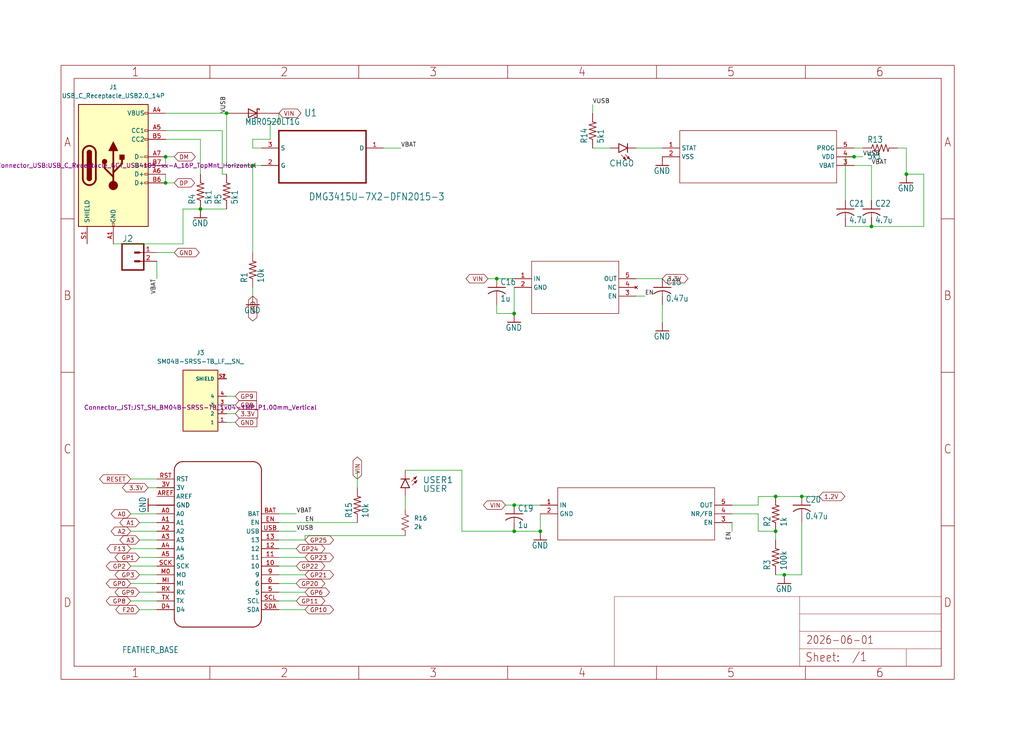
<source format=kicad_sch>
(kicad_sch (version 20231120) (generator "eeschema") (generator_version "8.0")
  (paper "User" 298.45 217.322)
  (lib_symbols
    (symbol "Connector:USB_C_Receptacle_USB2.0_14P" (pin_names (offset 1.016))
      (property "Reference" "J" (at 0 22.225 0))
      (property "Value" "USB_C_Receptacle_USB2.0_14P" (at 0 19.685 0))
      (symbol "USB_C_Receptacle_USB2.0_14P_0_0"
        (rectangle (start -0.254 -17.78) (end 0.254 -16.764))
        (rectangle (start 10.16 -4.826) (end 9.144 -5.334))
        (rectangle (start 10.16 -2.286) (end 9.144 -2.794))
        (rectangle (start 10.16 0.254) (end 9.144 -0.254))
        (rectangle (start 10.16 2.794) (end 9.144 2.286))
        (rectangle (start 10.16 7.874) (end 9.144 7.366))
        (rectangle (start 10.16 10.414) (end 9.144 9.906))
        (rectangle (start 10.16 15.494) (end 9.144 14.986))
      )
      (symbol "USB_C_Receptacle_USB2.0_14P_0_1"
        (rectangle (start -10.16 17.78) (end 10.16 -17.78) (stroke (width 0.254)) (fill (type background)))
        (arc (start -8.89 -3.81) (mid -6.985 -5.7067) (end -5.08 -3.81) (stroke (width 0.508)))
        (arc (start -7.62 -3.81) (mid -6.985 -4.4423) (end -6.35 -3.81) (stroke (width 0.254)))
        (arc (start -7.62 -3.81) (mid -6.985 -4.4423) (end -6.35 -3.81) (stroke (width 0.254)) (fill (type outline)))
        (rectangle (start -7.62 -3.81) (end -6.35 3.81) (stroke (width 0.254)) (fill (type outline)))
        (arc (start -6.35 3.81) (mid -6.985 4.4423) (end -7.62 3.81) (stroke (width 0.254)))
        (arc (start -6.35 3.81) (mid -6.985 4.4423) (end -7.62 3.81) (stroke (width 0.254)) (fill (type outline)))
        (arc (start -5.08 3.81) (mid -6.985 5.7067) (end -8.89 3.81) (stroke (width 0.508)))
        (circle (center -2.54 1.143) (radius 0.635) (stroke (width 0.254)) (fill (type outline)))
        (circle (center 0 -5.842) (radius 1.27) (fill (type outline)))
        (polyline (pts (xy -8.89 -3.81) (xy -8.89 3.81)) (stroke (width 0.508)))
        (polyline (pts (xy -5.08 3.81) (xy -5.08 -3.81)) (stroke (width 0.508)))
        (polyline (pts (xy 0 -5.842) (xy 0 4.318)) (stroke (width 0.508)))
        (polyline (pts (xy 0 -3.302) (xy -2.54 -0.762) (xy -2.54 0.508)) (stroke (width 0.508)))
        (polyline (pts (xy 0 -2.032) (xy 2.54 0.508) (xy 2.54 1.778)) (stroke (width 0.508)))
        (polyline (pts (xy -1.27 4.318) (xy 0 6.858) (xy 1.27 4.318) (xy -1.27 4.318)) (stroke (width 0.254)) (fill (type outline)))
        (rectangle (start 1.905 1.778) (end 3.175 3.048) (stroke (width 0.254)) (fill (type outline)))
      )
      (symbol "USB_C_Receptacle_USB2.0_14P_1_1"
        (pin passive line (at 0 -22.86 90) (length 5.08) (name "GND") (number "A1"))
        (pin passive line (at 0 -22.86 90) (length 5.08) hide (name "GND") (number "A12"))
        (pin passive line (at 15.24 15.24 180) (length 5.08) (name "VBUS") (number "A4"))
        (pin bidirectional line (at 15.24 10.16 180) (length 5.08) (name "CC1") (number "A5"))
        (pin bidirectional line (at 15.24 -2.54 180) (length 5.08) (name "D+") (number "A6"))
        (pin bidirectional line (at 15.24 2.54 180) (length 5.08) (name "D-") (number "A7"))
        (pin passive line (at 15.24 15.24 180) (length 5.08) hide (name "VBUS") (number "A9"))
        (pin passive line (at 0 -22.86 90) (length 5.08) hide (name "GND") (number "B1"))
        (pin passive line (at 0 -22.86 90) (length 5.08) hide (name "GND") (number "B12"))
        (pin passive line (at 15.24 15.24 180) (length 5.08) hide (name "VBUS") (number "B4"))
        (pin bidirectional line (at 15.24 7.62 180) (length 5.08) (name "CC2") (number "B5"))
        (pin bidirectional line (at 15.24 -5.08 180) (length 5.08) (name "D+") (number "B6"))
        (pin bidirectional line (at 15.24 0 180) (length 5.08) (name "D-") (number "B7"))
        (pin passive line (at 15.24 15.24 180) (length 5.08) hide (name "VBUS") (number "B9"))
        (pin passive line (at -7.62 -22.86 90) (length 5.08) (name "SHIELD") (number "S1"))
      )
    )
    (symbol "Device:R_US" (pin_numbers hide) (pin_names (offset 0))
      (property "Reference" "R" (at 2.54 0 90))
      (property "Value" "R_US" (at -2.54 0 90))
      (symbol "R_US_0_1"
        (polyline (pts (xy 0 -2.286) (xy 0 -2.54)))
        (polyline (pts (xy 0 2.286) (xy 0 2.54)))
        (polyline (pts (xy 0 -0.762) (xy 1.016 -1.143) (xy 0 -1.524) (xy -1.016 -1.905) (xy 0 -2.286)))
        (polyline (pts (xy 0 0.762) (xy 1.016 0.381) (xy 0 0) (xy -1.016 -0.381) (xy 0 -0.762)))
        (polyline (pts (xy 0 2.286) (xy 1.016 1.905) (xy 0 1.524) (xy -1.016 1.143) (xy 0 0.762)))
      )
      (symbol "R_US_1_1"
        (pin passive line (at 0 3.81 270) (length 1.27) (name "~") (number "1"))
        (pin passive line (at 0 -3.81 90) (length 1.27) (name "~") (number "2"))
      )
    )
    (symbol "RPGA Feather-eagle-import:A4L-LOC"
      (symbol "A4L-LOC_1_0"
        (polyline (pts (xy 0 44.7675) (xy 3.81 44.7675)))
        (polyline (pts (xy 0 89.535) (xy 3.81 89.535)))
        (polyline (pts (xy 0 134.3025) (xy 3.81 134.3025)))
        (polyline (pts (xy 3.81 3.81) (xy 3.81 175.26)))
        (polyline (pts (xy 43.3917 0) (xy 43.3917 3.81)))
        (polyline (pts (xy 43.3917 175.26) (xy 43.3917 179.07)))
        (polyline (pts (xy 86.7833 0) (xy 86.7833 3.81)))
        (polyline (pts (xy 86.7833 175.26) (xy 86.7833 179.07)))
        (polyline (pts (xy 130.175 0) (xy 130.175 3.81)))
        (polyline (pts (xy 130.175 175.26) (xy 130.175 179.07)))
        (polyline (pts (xy 161.29 3.81) (xy 161.29 24.13)) (stroke (width 0.1016)))
        (polyline (pts (xy 161.29 24.13) (xy 215.265 24.13)) (stroke (width 0.1016)))
        (polyline (pts (xy 173.5667 0) (xy 173.5667 3.81)))
        (polyline (pts (xy 173.5667 175.26) (xy 173.5667 179.07)))
        (polyline (pts (xy 215.265 8.89) (xy 215.265 3.81)) (stroke (width 0.1016)))
        (polyline (pts (xy 215.265 8.89) (xy 215.265 13.97)) (stroke (width 0.1016)))
        (polyline (pts (xy 215.265 13.97) (xy 215.265 19.05)) (stroke (width 0.1016)))
        (polyline (pts (xy 215.265 13.97) (xy 256.54 13.97)) (stroke (width 0.1016)))
        (polyline (pts (xy 215.265 19.05) (xy 215.265 24.13)) (stroke (width 0.1016)))
        (polyline (pts (xy 215.265 19.05) (xy 256.54 19.05)) (stroke (width 0.1016)))
        (polyline (pts (xy 215.265 24.13) (xy 256.54 24.13)) (stroke (width 0.1016)))
        (polyline (pts (xy 216.9583 0) (xy 216.9583 3.81)))
        (polyline (pts (xy 216.9583 175.26) (xy 216.9583 179.07)))
        (polyline (pts (xy 246.38 3.81) (xy 246.38 8.89)) (stroke (width 0.1016)))
        (polyline (pts (xy 246.38 8.89) (xy 215.265 8.89)) (stroke (width 0.1016)))
        (polyline (pts (xy 246.38 8.89) (xy 256.54 8.89)) (stroke (width 0.1016)))
        (polyline (pts (xy 256.54 3.81) (xy 3.81 3.81)))
        (polyline (pts (xy 256.54 3.81) (xy 256.54 8.89)) (stroke (width 0.1016)))
        (polyline (pts (xy 256.54 3.81) (xy 256.54 175.26)))
        (polyline (pts (xy 256.54 8.89) (xy 256.54 13.97)) (stroke (width 0.1016)))
        (polyline (pts (xy 256.54 13.97) (xy 256.54 19.05)) (stroke (width 0.1016)))
        (polyline (pts (xy 256.54 19.05) (xy 256.54 24.13)) (stroke (width 0.1016)))
        (polyline (pts (xy 256.54 44.7675) (xy 260.35 44.7675)))
        (polyline (pts (xy 256.54 89.535) (xy 260.35 89.535)))
        (polyline (pts (xy 256.54 134.3025) (xy 260.35 134.3025)))
        (polyline (pts (xy 256.54 175.26) (xy 3.81 175.26)))
        (polyline (pts (xy 0 0) (xy 260.35 0) (xy 260.35 179.07) (xy 0 179.07) (xy 0 0)))
        (text "${#}/${##}" (at 230.505 5.08 0) (effects (font (size 2.54 2.159)) (justify left bottom)))
        (text "${CURRENT_DATE}" (at 217.17 10.16 0) (effects (font (size 2.286 1.9431)) (justify left bottom)))
        (text "${PROJECTNAME}" (at 217.17 15.24 0) (effects (font (size 2.54 2.159)) (justify left bottom)))
        (text "1" (at 21.6958 1.905 0) (effects (font (size 2.54 2.286))))
        (text "1" (at 21.6958 177.165 0) (effects (font (size 2.54 2.286))))
        (text "2" (at 65.0875 1.905 0) (effects (font (size 2.54 2.286))))
        (text "2" (at 65.0875 177.165 0) (effects (font (size 2.54 2.286))))
        (text "3" (at 108.4792 1.905 0) (effects (font (size 2.54 2.286))))
        (text "3" (at 108.4792 177.165 0) (effects (font (size 2.54 2.286))))
        (text "4" (at 151.8708 1.905 0) (effects (font (size 2.54 2.286))))
        (text "4" (at 151.8708 177.165 0) (effects (font (size 2.54 2.286))))
        (text "5" (at 195.2625 1.905 0) (effects (font (size 2.54 2.286))))
        (text "5" (at 195.2625 177.165 0) (effects (font (size 2.54 2.286))))
        (text "6" (at 238.6542 1.905 0) (effects (font (size 2.54 2.286))))
        (text "6" (at 238.6542 177.165 0) (effects (font (size 2.54 2.286))))
        (text "A" (at 1.905 156.6863 0) (effects (font (size 2.54 2.286))))
        (text "A" (at 258.445 156.6863 0) (effects (font (size 2.54 2.286))))
        (text "B" (at 1.905 111.9188 0) (effects (font (size 2.54 2.286))))
        (text "B" (at 258.445 111.9188 0) (effects (font (size 2.54 2.286))))
        (text "C" (at 1.905 67.1513 0) (effects (font (size 2.54 2.286))))
        (text "C" (at 258.445 67.1513 0) (effects (font (size 2.54 2.286))))
        (text "D" (at 1.905 22.3838 0) (effects (font (size 2.54 2.286))))
        (text "D" (at 258.445 22.3838 0) (effects (font (size 2.54 2.286))))
        (text "Sheet:" (at 216.916 4.953 0) (effects (font (size 2.54 2.159)) (justify left bottom)))
      )
    )
    (symbol "RPGA Feather-eagle-import:CONN_02-JST-2MM-SMT"
      (property "Reference" "J" (at -2.54 5.588 0))
      (symbol "CONN_02-JST-2MM-SMT_1_0"
        (polyline (pts (xy -2.54 5.08) (xy -2.54 -2.54)) (stroke (width 0.4064)))
        (polyline (pts (xy -2.54 5.08) (xy 3.81 5.08)) (stroke (width 0.4064)))
        (polyline (pts (xy 1.27 0) (xy 2.54 0)) (stroke (width 0.6096)))
        (polyline (pts (xy 1.27 2.54) (xy 2.54 2.54)) (stroke (width 0.6096)))
        (polyline (pts (xy 3.81 -2.54) (xy -2.54 -2.54)) (stroke (width 0.4064)))
        (polyline (pts (xy 3.81 -2.54) (xy 3.81 5.08)) (stroke (width 0.4064)))
        (pin passive line (at 7.62 2.54 180) (length 5.08) (name "2") (number "1"))
        (pin passive line (at 7.62 0 180) (length 5.08) (name "1") (number "2"))
      )
    )
    (symbol "RPGA Feather-eagle-import:DMG3415U-7X2-DFN2015-3"
      (property "Reference" "U" (at -5.3656 9.1292 0))
      (symbol "DMG3415U-7X2-DFN2015-3_1_0"
        (polyline (pts (xy -12.7 -10.16) (xy 12.7 -10.16)) (stroke (width 0.4064)))
        (polyline (pts (xy -12.7 5.08) (xy -12.7 -10.16)) (stroke (width 0.4064)))
        (polyline (pts (xy 12.7 -10.16) (xy 12.7 5.08)) (stroke (width 0.4064)))
        (polyline (pts (xy 12.7 5.08) (xy -12.7 5.08)) (stroke (width 0.4064)))
        (pin output line (at 17.78 0 180) (length 5.08) (name "D") (number "1"))
        (pin power_in line (at -17.78 -5.08 0) (length 5.08) (name "G") (number "2"))
        (pin passive line (at -17.78 0 0) (length 5.08) (name "S") (number "3"))
      )
    )
    (symbol "RPGA Feather-eagle-import:FEATHER_BASE"
      (symbol "FEATHER_BASE_1_0"
        (arc (start -12.7 -17.78) (mid -11.9561 -19.5761) (end -10.16 -20.32) (stroke (width 0.254)))
        (arc (start -10.16 27.94) (mid -11.9561 27.1961) (end -12.7 25.4) (stroke (width 0.254)))
        (polyline (pts (xy -12.7 -17.78) (xy -12.7 25.4)) (stroke (width 0.254)))
        (polyline (pts (xy -10.16 27.94) (xy 10.16 27.94)) (stroke (width 0.254)))
        (polyline (pts (xy 10.16 -20.32) (xy -10.16 -20.32)) (stroke (width 0.254)))
        (polyline (pts (xy 12.7 25.4) (xy 12.7 -17.78)) (stroke (width 0.254)))
        (arc (start 10.16 -20.32) (mid 11.9561 -19.5761) (end 12.7 -17.78) (stroke (width 0.254)))
        (arc (start 12.7 25.4) (mid 11.9561 27.1961) (end 10.16 27.94) (stroke (width 0.254)))
        (pin bidirectional line (at 17.78 -2.54 180) (length 5.08) (name "10") (number "10"))
        (pin bidirectional line (at 17.78 0 180) (length 5.08) (name "11") (number "11"))
        (pin bidirectional line (at 17.78 2.54 180) (length 5.08) (name "12") (number "12"))
        (pin bidirectional line (at 17.78 5.08 180) (length 5.08) (name "13") (number "13"))
        (pin bidirectional line (at -17.78 20.32 0) (length 5.08) (name "3V") (number "3V"))
        (pin bidirectional line (at 17.78 -10.16 180) (length 5.08) (name "5") (number "5"))
        (pin bidirectional line (at 17.78 -7.62 180) (length 5.08) (name "6") (number "6"))
        (pin bidirectional line (at 17.78 -5.08 180) (length 5.08) (name "9") (number "9"))
        (pin bidirectional line (at -17.78 12.7 0) (length 5.08) (name "A0") (number "A0"))
        (pin bidirectional line (at -17.78 10.16 0) (length 5.08) (name "A1") (number "A1"))
        (pin bidirectional line (at -17.78 7.62 0) (length 5.08) (name "A2") (number "A2"))
        (pin bidirectional line (at -17.78 5.08 0) (length 5.08) (name "A3") (number "A3"))
        (pin bidirectional line (at -17.78 2.54 0) (length 5.08) (name "A4") (number "A4"))
        (pin bidirectional line (at -17.78 0 0) (length 5.08) (name "A5") (number "A5"))
        (pin bidirectional line (at -17.78 17.78 0) (length 5.08) (name "AREF") (number "AREF"))
        (pin bidirectional line (at 17.78 12.7 180) (length 5.08) (name "BAT") (number "BAT"))
        (pin bidirectional line (at -17.78 -15.24 0) (length 5.08) (name "D4") (number "D4"))
        (pin bidirectional line (at 17.78 10.16 180) (length 5.08) (name "EN") (number "EN"))
        (pin bidirectional line (at -17.78 15.24 0) (length 5.08) (name "GND") (number "GND"))
        (pin bidirectional line (at -17.78 -5.08 0) (length 5.08) (name "MO") (number "M0"))
        (pin bidirectional line (at -17.78 -7.62 0) (length 5.08) (name "MI") (number "MI"))
        (pin bidirectional line (at -17.78 15.24 0) (length 5.08) (name "GND") (number "P$1"))
        (pin bidirectional line (at -17.78 15.24 0) (length 5.08) (name "GND") (number "P$2"))
        (pin bidirectional line (at -17.78 22.86 0) (length 5.08) (name "RST") (number "RST"))
        (pin bidirectional line (at -17.78 -10.16 0) (length 5.08) (name "RX") (number "RX"))
        (pin bidirectional line (at -17.78 -2.54 0) (length 5.08) (name "SCK") (number "SCK"))
        (pin bidirectional line (at 17.78 -12.7 180) (length 5.08) (name "SCL") (number "SCL"))
        (pin bidirectional line (at 17.78 -15.24 180) (length 5.08) (name "SDA") (number "SDA"))
        (pin bidirectional line (at -17.78 -12.7 0) (length 5.08) (name "TX") (number "TX"))
        (pin bidirectional line (at 17.78 7.62 180) (length 5.08) (name "USB") (number "USB"))
      )
    )
    (symbol "RPGA Feather-eagle-import:GND" (power)
      (symbol "GND_1_0"
        (polyline (pts (xy -1.905 0) (xy 1.905 0)) (stroke (width 0.254)))
        (pin power_in line (at 0 2.54 270) (length 2.54) (name "GND") (number "1"))
      )
    )
    (symbol "RPGA Feather-eagle-import:LED-GREEN0603"
      (property "Reference" "D" (at -3.429 -4.572 90))
      (symbol "LED-GREEN0603_1_0"
        (polyline (pts (xy -2.032 -0.762) (xy -3.429 -2.159)) (stroke (width 0.1524)))
        (polyline (pts (xy -1.905 -1.905) (xy -3.302 -3.302)) (stroke (width 0.1524)))
        (polyline (pts (xy 0 -2.54) (xy -1.27 -2.54)) (stroke (width 0.254)))
        (polyline (pts (xy 0 -2.54) (xy -1.27 0)) (stroke (width 0.254)))
        (polyline (pts (xy 1.27 -2.54) (xy 0 -2.54)) (stroke (width 0.254)))
        (polyline (pts (xy 1.27 0) (xy -1.27 0)) (stroke (width 0.254)))
        (polyline (pts (xy 1.27 0) (xy 0 -2.54)) (stroke (width 0.254)))
        (polyline (pts (xy -3.429 -2.159) (xy -3.048 -1.27) (xy -2.54 -1.778)) (stroke (width 0.1524)) (fill (type outline)))
        (polyline (pts (xy -3.302 -3.302) (xy -2.921 -2.413) (xy -2.413 -2.921)) (stroke (width 0.1524)) (fill (type outline)))
        (pin passive line (at 0 2.54 270) (length 2.54) (name "A") (number "A"))
        (pin passive line (at 0 -5.08 90) (length 2.54) (name "C") (number "C"))
      )
    )
    (symbol "RPGA Feather-eagle-import:LED0603"
      (property "Reference" "D" (at -3.429 -4.572 90))
      (symbol "LED0603_1_0"
        (polyline (pts (xy -2.032 -0.762) (xy -3.429 -2.159)) (stroke (width 0.1524)))
        (polyline (pts (xy -1.905 -1.905) (xy -3.302 -3.302)) (stroke (width 0.1524)))
        (polyline (pts (xy 0 -2.54) (xy -1.27 -2.54)) (stroke (width 0.254)))
        (polyline (pts (xy 0 -2.54) (xy -1.27 0)) (stroke (width 0.254)))
        (polyline (pts (xy 1.27 -2.54) (xy 0 -2.54)) (stroke (width 0.254)))
        (polyline (pts (xy 1.27 0) (xy -1.27 0)) (stroke (width 0.254)))
        (polyline (pts (xy 1.27 0) (xy 0 -2.54)) (stroke (width 0.254)))
        (polyline (pts (xy -3.429 -2.159) (xy -3.048 -1.27) (xy -2.54 -1.778)) (stroke (width 0.1524)) (fill (type outline)))
        (polyline (pts (xy -3.302 -3.302) (xy -2.921 -2.413) (xy -2.413 -2.921)) (stroke (width 0.1524)) (fill (type outline)))
        (pin passive line (at 0 2.54 270) (length 2.54) (name "A") (number "A"))
        (pin passive line (at 0 -5.08 90) (length 2.54) (name "C") (number "C"))
      )
    )
    (symbol "RPGA Feather-eagle-import:MBR0520LT1G"
      (symbol "MBR0520LT1G_1_0"
        (polyline (pts (xy -1.27 -1.27) (xy 1.27 0)) (stroke (width 0.254)))
        (polyline (pts (xy -1.27 1.27) (xy -1.27 -1.27)) (stroke (width 0.254)))
        (polyline (pts (xy 0.635 -1.016) (xy 0.635 -1.27)) (stroke (width 0.254)))
        (polyline (pts (xy 1.27 -1.27) (xy 0.635 -1.27)) (stroke (width 0.254)))
        (polyline (pts (xy 1.27 0) (xy -1.27 1.27)) (stroke (width 0.254)))
        (polyline (pts (xy 1.27 0) (xy 1.27 -1.27)) (stroke (width 0.254)))
        (polyline (pts (xy 1.27 1.27) (xy 1.27 0)) (stroke (width 0.254)))
        (polyline (pts (xy 1.905 1.27) (xy 1.27 1.27)) (stroke (width 0.254)))
        (polyline (pts (xy 1.905 1.27) (xy 1.905 1.016)) (stroke (width 0.254)))
        (pin passive line (at 7.62 0 180) (length 7.62) (name "C") (number "1"))
        (pin passive line (at -7.62 0 0) (length 7.62) (name "A") (number "2"))
      )
    )
    (symbol "RPGA Feather-eagle-import:MCP73831T-2ACI/OTSOT-23-5_MC-L"
      (symbol "MCP73831T-2ACI/OTSOT-23-5_MC-L_1_0"
        (polyline (pts (xy 7.62 -10.16) (xy 53.34 -10.16)) (stroke (width 0.1524)))
        (polyline (pts (xy 7.62 5.08) (xy 7.62 -10.16)) (stroke (width 0.1524)))
        (polyline (pts (xy 53.34 -10.16) (xy 53.34 5.08)) (stroke (width 0.1524)))
        (polyline (pts (xy 53.34 5.08) (xy 7.62 5.08)) (stroke (width 0.1524)))
        (pin passive line (at 2.54 0 0) (length 5.08) (name "STAT") (number "1"))
        (pin passive line (at 2.54 -2.54 0) (length 5.08) (name "VSS") (number "2"))
        (pin passive line (at 58.42 -5.08 180) (length 5.08) (name "VBAT") (number "3"))
        (pin passive line (at 58.42 -2.54 180) (length 5.08) (name "VDD") (number "4"))
        (pin passive line (at 58.42 0 180) (length 5.08) (name "PROG") (number "5"))
      )
    )
    (symbol "RPGA Feather-eagle-import:R-US_R0402"
      (property "Reference" "R" (at -3.81 1.4986 0))
      (symbol "R-US_R0402_1_0"
        (polyline (pts (xy -2.54 0) (xy -2.159 1.016)) (stroke (width 0.2032)))
        (polyline (pts (xy -2.159 1.016) (xy -1.524 -1.016)) (stroke (width 0.2032)))
        (polyline (pts (xy -1.524 -1.016) (xy -0.889 1.016)) (stroke (width 0.2032)))
        (polyline (pts (xy -0.889 1.016) (xy -0.254 -1.016)) (stroke (width 0.2032)))
        (polyline (pts (xy -0.254 -1.016) (xy 0.381 1.016)) (stroke (width 0.2032)))
        (polyline (pts (xy 0.381 1.016) (xy 1.016 -1.016)) (stroke (width 0.2032)))
        (polyline (pts (xy 1.016 -1.016) (xy 1.651 1.016)) (stroke (width 0.2032)))
        (polyline (pts (xy 1.651 1.016) (xy 2.286 -1.016)) (stroke (width 0.2032)))
        (polyline (pts (xy 2.286 -1.016) (xy 2.54 0)) (stroke (width 0.2032)))
        (pin passive line (at -5.08 0 0) (length 2.54) (name "1") (number "1"))
        (pin passive line (at 5.08 0 180) (length 2.54) (name "2") (number "2"))
      )
    )
    (symbol "RPGA Feather-eagle-import:TLV75533PDBVRDBV5_TEX-L"
      (symbol "TLV75533PDBVRDBV5_TEX-L_1_0"
        (polyline (pts (xy 7.62 -10.16) (xy 33.02 -10.16)) (stroke (width 0.1524)))
        (polyline (pts (xy 7.62 5.08) (xy 7.62 -10.16)) (stroke (width 0.1524)))
        (polyline (pts (xy 33.02 -10.16) (xy 33.02 5.08)) (stroke (width 0.1524)))
        (polyline (pts (xy 33.02 5.08) (xy 7.62 5.08)) (stroke (width 0.1524)))
        (pin input line (at 2.54 0 0) (length 5.08) (name "IN") (number "1"))
        (pin power_in line (at 2.54 -2.54 0) (length 5.08) (name "GND") (number "2"))
        (pin input line (at 38.1 -5.08 180) (length 5.08) (name "EN") (number "3"))
        (pin no_connect line (at 38.1 -2.54 180) (length 5.08) (name "NC") (number "4"))
        (pin output line (at 38.1 0 180) (length 5.08) (name "OUT") (number "5"))
      )
    )
    (symbol "RPGA Feather-eagle-import:TPS73201DBVRDBV5-L"
      (symbol "TPS73201DBVRDBV5-L_1_0"
        (polyline (pts (xy 7.62 -10.16) (xy 53.34 -10.16)) (stroke (width 0.1524)))
        (polyline (pts (xy 7.62 5.08) (xy 7.62 -10.16)) (stroke (width 0.1524)))
        (polyline (pts (xy 53.34 -10.16) (xy 53.34 5.08)) (stroke (width 0.1524)))
        (polyline (pts (xy 53.34 5.08) (xy 7.62 5.08)) (stroke (width 0.1524)))
        (pin input line (at 2.54 0 0) (length 5.08) (name "IN") (number "1"))
        (pin power_in line (at 2.54 -2.54 0) (length 5.08) (name "GND") (number "2"))
        (pin passive line (at 58.42 -5.08 180) (length 5.08) (name "EN") (number "3"))
        (pin passive line (at 58.42 -2.54 180) (length 5.08) (name "NR/FB") (number "4"))
        (pin output line (at 58.42 0 180) (length 5.08) (name "OUT") (number "5"))
      )
    )
    (symbol "RPGA Feather-eagle-import:adafruit_C-USC0402"
      (property "Reference" "C" (at 1.016 0.635 0))
      (symbol "adafruit_C-USC0402_1_0"
        (arc (start 0 -1.0161) (mid -1.302 -1.2303) (end -2.4668 -1.8504) (stroke (width 0.254)))
        (polyline (pts (xy -2.54 0) (xy 2.54 0)) (stroke (width 0.254)))
        (polyline (pts (xy 0 -1.016) (xy 0 -2.54)) (stroke (width 0.1524)))
        (arc (start 2.4892 -1.8541) (mid 1.3158 -1.2194) (end 0 -1) (stroke (width 0.254)))
        (pin passive line (at 0 2.54 270) (length 2.54) (name "1") (number "1"))
        (pin passive line (at 0 -5.08 90) (length 2.54) (name "2") (number "2"))
      )
    )
    (symbol "RPGA Feather-eagle-import:adafruit_C-USC0603"
      (property "Reference" "C" (at 1.016 0.635 0))
      (symbol "adafruit_C-USC0603_1_0"
        (arc (start 0 -1.0161) (mid -1.302 -1.2303) (end -2.4668 -1.8504) (stroke (width 0.254)))
        (polyline (pts (xy -2.54 0) (xy 2.54 0)) (stroke (width 0.254)))
        (polyline (pts (xy 0 -1.016) (xy 0 -2.54)) (stroke (width 0.1524)))
        (arc (start 2.4892 -1.8541) (mid 1.3158 -1.2194) (end 0 -1) (stroke (width 0.254)))
        (pin passive line (at 0 2.54 270) (length 2.54) (name "1") (number "1"))
        (pin passive line (at 0 -5.08 90) (length 2.54) (name "2") (number "2"))
      )
    )
    (symbol "SM04B-SRSS-TB(LF):SM04B-SRSS-TB_LF__SN_" (pin_names (offset 1.016))
      (property "Reference" "J" (at -5.0831 8.1433 0))
      (property "Value" "SM04B-SRSS-TB_LF__SN_" (at -5.0835 -11.9557 0))
      (symbol "SM04B-SRSS-TB_LF__SN__0_0"
        (rectangle (start -5.08 -10.16) (end 5.08 7.62) (stroke (width 0.254)) (fill (type background)))
        (pin passive line (at -7.62 5.08 0) (length 2.54) (name "1") (number "1"))
        (pin passive line (at -7.62 2.54 0) (length 2.54) (name "2") (number "2"))
        (pin passive line (at -7.62 0 0) (length 2.54) (name "3") (number "3"))
        (pin passive line (at -7.62 -2.54 0) (length 2.54) (name "4") (number "4"))
        (pin passive line (at -7.62 -7.62 0) (length 2.54) (name "SHIELD") (number "S1"))
        (pin passive line (at -7.62 -7.62 0) (length 2.54) (name "SHIELD") (number "S2"))
      )
    )
  )
  (junction (at 66.04 33.02))
  (junction (at 233.68 144.78))
  (junction (at 149.86 154.94))
  (junction (at 264.16 50.8))
  (junction (at 228.6 167.64))
  (junction (at 226.06 154.94))
  (junction (at 48.26 45.72))
  (junction (at 48.26 53.34))
  (junction (at 226.06 144.78))
  (junction (at 58.42 60.96))
  (junction (at 149.86 147.32))
  (junction (at 144.78 81.28))
  (junction (at 73.66 48.26))
  (junction (at 248.92 45.72))
  (junction (at 254 66.04))
  (junction (at 157.48 154.94))
  (junction (at 149.86 91.44))
  (wire (pts (xy 48.26 45.72) (xy 50.8 45.72)) (stroke (width 0.1524)))
  (wire (pts (xy 58.42 40.64) (xy 48.26 40.64)) (stroke (width 0.1524)))
  (wire (pts (xy 73.66 43.18) (xy 73.66 40.64)) (stroke (width 0.1524)))
  (wire (pts (xy 213.36 152.4) (xy 213.36 154.94)) (stroke (width 0.1524)))
  (wire (pts (xy 45.72 172.72) (xy 40.64 172.72)) (stroke (width 0.1524)))
  (wire (pts (xy 248.92 43.18) (xy 251.46 43.18)) (stroke (width 0.1524)))
  (wire (pts (xy 45.72 175.26) (xy 38.1 175.26)) (stroke (width 0.1524)))
  (wire (pts (xy 45.72 76.2) (xy 45.72 81.28)) (stroke (width 0.1524)))
  (wire (pts (xy 254 66.04) (xy 269.24 66.04)) (stroke (width 0.1524)))
  (wire (pts (xy 248.92 48.26) (xy 254 48.26)) (stroke (width 0.1524)))
  (wire (pts (xy 66.04 120.65) (xy 68.58 120.65)))
  (wire (pts (xy 38.1 170.18) (xy 45.72 170.18)))
  (wire (pts (xy 45.72 149.86) (xy 38.1 149.86)) (stroke (width 0.1524)))
  (wire (pts (xy 149.86 81.28) (xy 144.78 81.28)) (stroke (width 0.1524)))
  (wire (pts (xy 246.38 45.72) (xy 248.92 45.72)) (stroke (width 0.1524)))
  (wire (pts (xy 157.48 149.86) (xy 157.48 154.94)) (stroke (width 0.1524)))
  (wire (pts (xy 53.34 71.12) (xy 53.34 60.96)) (stroke (width 0.1524)))
  (wire (pts (xy 213.36 149.86) (xy 220.98 149.86)) (stroke (width 0.1524)))
  (wire (pts (xy 226.06 167.64) (xy 228.6 167.64)) (stroke (width 0.1524)))
  (wire (pts (xy 81.28 162.56) (xy 88.9 162.56)) (stroke (width 0.1524)))
  (wire (pts (xy 233.68 152.4) (xy 233.68 167.64)) (stroke (width 0.1524)))
  (wire (pts (xy 233.68 167.64) (xy 228.6 167.64)) (stroke (width 0.1524)))
  (wire (pts (xy 64.77 50.8) (xy 66.04 50.8)) (stroke (width 0.1524)))
  (wire (pts (xy 66.04 118.11) (xy 68.58 118.11)))
  (wire (pts (xy 33.02 71.12) (xy 53.34 71.12)) (stroke (width 0.1524)))
  (wire (pts (xy 149.86 91.44) (xy 144.78 91.44)) (stroke (width 0.1524)))
  (wire (pts (xy 226.06 144.78) (xy 233.68 144.78)) (stroke (width 0.1524)))
  (wire (pts (xy 118.11 156.21) (xy 88.9 156.21)))
  (wire (pts (xy 233.68 144.78) (xy 238.76 144.78)) (stroke (width 0.1524)))
  (wire (pts (xy 66.04 123.19) (xy 68.58 123.19)))
  (wire (pts (xy 45.72 152.4) (xy 40.64 152.4)) (stroke (width 0.1524)))
  (wire (pts (xy 45.72 157.48) (xy 40.64 157.48)) (stroke (width 0.1524)))
  (wire (pts (xy 38.1 160.02) (xy 45.72 160.02)))
  (wire (pts (xy 111.76 43.18) (xy 116.84 43.18)) (stroke (width 0.1524)))
  (wire (pts (xy 88.9 156.21) (xy 88.9 157.48)))
  (wire (pts (xy 81.28 160.02) (xy 86.36 160.02)) (stroke (width 0.1524)))
  (wire (pts (xy 264.16 43.18) (xy 264.16 50.8)) (stroke (width 0.1524)))
  (wire (pts (xy 220.98 144.78) (xy 226.06 144.78)) (stroke (width 0.1524)))
  (wire (pts (xy 81.28 149.86) (xy 86.36 149.86)) (stroke (width 0.1524)))
  (wire (pts (xy 144.78 91.44) (xy 144.78 88.9)) (stroke (width 0.1524)))
  (wire (pts (xy 66.04 60.96) (xy 58.42 60.96)) (stroke (width 0.1524)))
  (wire (pts (xy 261.62 43.18) (xy 264.16 43.18)) (stroke (width 0.1524)))
  (wire (pts (xy 45.72 73.66) (xy 50.8 73.66)) (stroke (width 0.1524)))
  (wire (pts (xy 48.26 50.8) (xy 48.26 53.34)))
  (wire (pts (xy 220.98 149.86) (xy 220.98 154.94)) (stroke (width 0.1524)))
  (wire (pts (xy 64.77 38.1) (xy 64.77 50.8)) (stroke (width 0.1524)))
  (wire (pts (xy 81.28 154.94) (xy 86.36 154.94)) (stroke (width 0.1524)))
  (wire (pts (xy 149.86 83.82) (xy 149.86 91.44)) (stroke (width 0.1524)))
  (wire (pts (xy 157.48 147.32) (xy 149.86 147.32)) (stroke (width 0.1524)))
  (wire (pts (xy 53.34 60.96) (xy 58.42 60.96)) (stroke (width 0.1524)))
  (wire (pts (xy 78.74 40.64) (xy 78.74 35.56)) (stroke (width 0.1524)))
  (wire (pts (xy 248.92 45.72) (xy 251.46 45.72)) (stroke (width 0.1524)))
  (wire (pts (xy 185.42 86.36) (xy 187.96 86.36)) (stroke (width 0.1524)))
  (wire (pts (xy 81.28 35.56) (xy 81.28 33.02)) (stroke (width 0.1524)))
  (wire (pts (xy 81.28 152.4) (xy 104.14 152.4)) (stroke (width 0.1524)))
  (wire (pts (xy 45.72 165.1) (xy 38.1 165.1)) (stroke (width 0.1524)))
  (wire (pts (xy 73.66 83.82) (xy 73.66 86.36)) (stroke (width 0.1524)))
  (wire (pts (xy 45.72 154.94) (xy 38.1 154.94)) (stroke (width 0.1524)))
  (wire (pts (xy 81.28 157.48) (xy 88.9 157.48)) (stroke (width 0.1524)))
  (wire (pts (xy 172.72 43.18) (xy 177.8 43.18)) (stroke (width 0.1524)))
  (wire (pts (xy 58.42 40.64) (xy 58.42 50.8)) (stroke (width 0.1524)))
  (wire (pts (xy 172.72 33.02) (xy 172.72 30.48)) (stroke (width 0.1524)))
  (wire (pts (xy 246.38 66.04) (xy 254 66.04)) (stroke (width 0.1524)))
  (wire (pts (xy 134.62 154.94) (xy 149.86 154.94)))
  (wire (pts (xy 45.72 139.7) (xy 38.1 139.7)) (stroke (width 0.1524)))
  (wire (pts (xy 48.26 45.72) (xy 48.26 48.26)))
  (wire (pts (xy 76.2 43.18) (xy 73.66 43.18)) (stroke (width 0.1524)))
  (wire (pts (xy 118.11 144.78) (xy 118.11 148.59)))
  (wire (pts (xy 48.26 33.02) (xy 66.04 33.02)) (stroke (width 0.1524)))
  (wire (pts (xy 45.72 177.8) (xy 40.64 177.8)) (stroke (width 0.1524)))
  (wire (pts (xy 81.28 175.26) (xy 86.36 175.26)) (stroke (width 0.1524)))
  (wire (pts (xy 81.28 172.72) (xy 88.9 172.72)) (stroke (width 0.1524)))
  (wire (pts (xy 193.04 88.9) (xy 193.04 93.98)) (stroke (width 0.1524)))
  (wire (pts (xy 254 48.26) (xy 254 58.42)) (stroke (width 0.1524)))
  (wire (pts (xy 149.86 154.94) (xy 157.48 154.94)) (stroke (width 0.1524)))
  (wire (pts (xy 149.86 147.32) (xy 147.32 147.32)) (stroke (width 0.1524)))
  (wire (pts (xy 45.72 167.64) (xy 40.64 167.64)) (stroke (width 0.1524)))
  (wire (pts (xy 73.66 48.26) (xy 73.66 73.66)) (stroke (width 0.1524)))
  (wire (pts (xy 246.38 58.42) (xy 246.38 45.72)) (stroke (width 0.1524)))
  (wire (pts (xy 118.11 137.16) (xy 134.62 137.16)))
  (wire (pts (xy 220.98 154.94) (xy 226.06 154.94)) (stroke (width 0.1524)))
  (wire (pts (xy 134.62 137.16) (xy 134.62 154.94)))
  (wire (pts (xy 81.28 167.64) (xy 88.9 167.64)) (stroke (width 0.1524)))
  (wire (pts (xy 81.28 165.1) (xy 86.36 165.1)) (stroke (width 0.1524)))
  (wire (pts (xy 81.28 177.8) (xy 88.9 177.8)) (stroke (width 0.1524)))
  (wire (pts (xy 66.04 115.57) (xy 68.58 115.57)))
  (wire (pts (xy 45.72 142.24) (xy 43.18 142.24)) (stroke (width 0.1524)))
  (wire (pts (xy 144.78 81.28) (xy 142.24 81.28)) (stroke (width 0.1524)))
  (wire (pts (xy 220.98 147.32) (xy 220.98 144.78)) (stroke (width 0.1524)))
  (wire (pts (xy 185.42 81.28) (xy 193.04 81.28)) (stroke (width 0.1524)))
  (wire (pts (xy 45.72 162.56) (xy 40.64 162.56)) (stroke (width 0.1524)))
  (wire (pts (xy 213.36 147.32) (xy 220.98 147.32)) (stroke (width 0.1524)))
  (wire (pts (xy 66.04 33.02) (xy 66.04 48.26)) (stroke (width 0.1524)))
  (wire (pts (xy 104.14 142.24) (xy 104.14 137.16)) (stroke (width 0.1524)))
  (wire (pts (xy 66.04 48.26) (xy 73.66 48.26)) (stroke (width 0.1524)))
  (wire (pts (xy 48.26 38.1) (xy 64.77 38.1)) (stroke (width 0.1524)))
  (wire (pts (xy 226.06 154.94) (xy 226.06 157.48)) (stroke (width 0.1524)))
  (wire (pts (xy 81.28 170.18) (xy 86.36 170.18)) (stroke (width 0.1524)))
  (wire (pts (xy 48.26 53.34) (xy 50.8 53.34)) (stroke (width 0.1524)))
  (wire (pts (xy 73.66 40.64) (xy 78.74 40.64)) (stroke (width 0.1524)))
  (wire (pts (xy 269.24 50.8) (xy 264.16 50.8)) (stroke (width 0.1524)))
  (wire (pts (xy 78.74 35.56) (xy 81.28 35.56)) (stroke (width 0.1524)))
  (wire (pts (xy 269.24 66.04) (xy 269.24 50.8)) (stroke (width 0.1524)))
  (wire (pts (xy 73.66 48.26) (xy 76.2 48.26)) (stroke (width 0.1524)))
  (wire (pts (xy 193.04 43.18) (xy 185.42 43.18)) (stroke (width 0.1524)))
  (label "EN" (at 187.96 86.36 0) (effects (font (size 1.2446 1.2446))))
  (label "VBAT" (at 86.36 149.86 0) (effects (font (size 1.2446 1.2446))))
  (label "VBAT" (at 116.84 43.18 0) (effects (font (size 1.2446 1.2446))))
  (label "VUSB" (at 172.72 30.48 0) (effects (font (size 1.2446 1.2446))))
  (label "EN" (at 213.36 154.94 270) (effects (font (size 1.2446 1.2446))))
  (label "VBAT" (at 45.72 81.28 270) (effects (font (size 1.2446 1.2446))))
  (label "EN" (at 88.9 152.4 0) (effects (font (size 1.2446 1.2446))))
  (label "VUSB" (at 66.04 33.02 90) (effects (font (size 1.2446 1.2446))))
  (label "VBAT" (at 254 48.26 0) (effects (font (size 1.2446 1.2446))))
  (label "VUSB" (at 86.36 154.94 0) (effects (font (size 1.2446 1.2446))))
  (label "VUSB" (at 251.46 45.72 0) (effects (font (size 1.2446 1.2446))))
  (global_label "A3" (shape bidirectional) (at 40.64 157.48 180) (effects (font (size 1.2446 1.2446))) (property "Intersheetrefs" "${INTERSHEET_REFS}" (effects (hide yes))))
  (global_label "GP21" (shape bidirectional) (at 88.9 167.64 0) (effects (font (size 1.2446 1.2446))) (property "Intersheetrefs" "${INTERSHEET_REFS}" (effects (hide yes))))
  (global_label "3.3V" (shape bidirectional) (at 43.18 142.24 180) (effects (font (size 1.2446 1.2446))) (property "Intersheetrefs" "${INTERSHEET_REFS}" (effects (hide yes))))
  (global_label "VIN" (shape bidirectional) (at 81.28 33.02 0) (effects (font (size 1.2446 1.2446))) (property "Intersheetrefs" "${INTERSHEET_REFS}" (effects (hide yes))))
  (global_label "VIN" (shape bidirectional) (at 147.32 147.32 180) (effects (font (size 1.2446 1.2446))) (property "Intersheetrefs" "${INTERSHEET_REFS}" (effects (hide yes))))
  (global_label "A2" (shape bidirectional) (at 38.1 154.94 180) (effects (font (size 1.2446 1.2446))) (property "Intersheetrefs" "${INTERSHEET_REFS}" (effects (hide yes))))
  (global_label "GP22" (shape bidirectional) (at 86.36 165.1 0) (effects (font (size 1.2446 1.2446))) (property "Intersheetrefs" "${INTERSHEET_REFS}" (effects (hide yes))))
  (global_label "GP8" (shape bidirectional) (at 38.1 175.26 180) (effects (font (size 1.2446 1.2446))) (property "Intersheetrefs" "${INTERSHEET_REFS}" (effects (hide yes))))
  (global_label "GND" (shape bidirectional) (at 50.8 73.66 0) (effects (font (size 1.2446 1.2446))) (property "Intersheetrefs" "${INTERSHEET_REFS}" (effects (hide yes))))
  (global_label "3.3V" (shape bidirectional) (at 193.04 81.28 0) (effects (font (size 1.2446 1.2446))) (property "Intersheetrefs" "${INTERSHEET_REFS}" (effects (hide yes))))
  (global_label "3.3V" (shape input) (at 68.58 120.65 0) (property "Intersheetrefs" "${INTERSHEET_REFS}" (effects (hide yes))))
  (global_label "GP0" (shape bidirectional) (at 38.1 170.18 180) (effects (font (size 1.2446 1.2446))) (property "Intersheetrefs" "${INTERSHEET_REFS}" (effects (hide yes))))
  (global_label "GP10" (shape bidirectional) (at 88.9 177.8 0) (effects (font (size 1.2446 1.2446))) (property "Intersheetrefs" "${INTERSHEET_REFS}" (effects (hide yes))))
  (global_label "F20" (shape bidirectional) (at 40.64 177.8 180) (effects (font (size 1.2446 1.2446))) (property "Intersheetrefs" "${INTERSHEET_REFS}" (effects (hide yes))))
  (global_label "GP6" (shape bidirectional) (at 88.9 172.72 0) (effects (font (size 1.2446 1.2446))) (property "Intersheetrefs" "${INTERSHEET_REFS}" (effects (hide yes))))
  (global_label "DP" (shape bidirectional) (at 50.8 53.34 0) (effects (font (size 1.2446 1.2446))) (property "Intersheetrefs" "${INTERSHEET_REFS}" (effects (hide yes))))
  (global_label "A0" (shape bidirectional) (at 38.1 149.86 180) (effects (font (size 1.2446 1.2446))) (property "Intersheetrefs" "${INTERSHEET_REFS}" (effects (hide yes))))
  (global_label "GP9" (shape input) (at 68.58 115.57 0) (property "Intersheetrefs" "${INTERSHEET_REFS}" (effects (hide yes))))
  (global_label "GP24" (shape bidirectional) (at 86.36 160.02 0) (effects (font (size 1.2446 1.2446))) (property "Intersheetrefs" "${INTERSHEET_REFS}" (effects (hide yes))))
  (global_label "GND" (shape bidirectional) (at 73.66 86.36 270) (effects (font (size 1.2446 1.2446))) (property "Intersheetrefs" "${INTERSHEET_REFS}" (effects (hide yes))))
  (global_label "GP3" (shape bidirectional) (at 40.64 167.64 180) (effects (font (size 1.2446 1.2446))) (property "Intersheetrefs" "${INTERSHEET_REFS}" (effects (hide yes))))
  (global_label "GP25" (shape bidirectional) (at 88.9 157.48 0) (effects (font (size 1.2446 1.2446))) (property "Intersheetrefs" "${INTERSHEET_REFS}" (effects (hide yes))))
  (global_label "DM" (shape bidirectional) (at 50.8 45.72 0) (effects (font (size 1.2446 1.2446))) (property "Intersheetrefs" "${INTERSHEET_REFS}" (effects (hide yes))))
  (global_label "GP23" (shape bidirectional) (at 88.9 162.56 0) (effects (font (size 1.2446 1.2446))) (property "Intersheetrefs" "${INTERSHEET_REFS}" (effects (hide yes))))
  (global_label "GND" (shape input) (at 68.58 123.19 0) (property "Intersheetrefs" "${INTERSHEET_REFS}" (effects (hide yes))))
  (global_label "A1" (shape bidirectional) (at 40.64 152.4 180) (effects (font (size 1.2446 1.2446))) (property "Intersheetrefs" "${INTERSHEET_REFS}" (effects (hide yes))))
  (global_label "VIN" (shape bidirectional) (at 104.14 139.7 90) (effects (font (size 1.2446 1.2446))) (property "Intersheetrefs" "${INTERSHEET_REFS}" (effects (hide yes))))
  (global_label "RESET" (shape bidirectional) (at 38.1 139.7 180) (effects (font (size 1.2446 1.2446))) (property "Intersheetrefs" "${INTERSHEET_REFS}" (effects (hide yes))))
  (global_label "GP20" (shape bidirectional) (at 86.36 170.18 0) (effects (font (size 1.2446 1.2446))) (property "Intersheetrefs" "${INTERSHEET_REFS}" (effects (hide yes))))
  (global_label "GP2" (shape bidirectional) (at 38.1 165.1 180) (effects (font (size 1.2446 1.2446))) (property "Intersheetrefs" "${INTERSHEET_REFS}" (effects (hide yes))))
  (global_label "VIN" (shape bidirectional) (at 142.24 81.28 180) (effects (font (size 1.2446 1.2446))) (property "Intersheetrefs" "${INTERSHEET_REFS}" (effects (hide yes))))
  (global_label "GP1" (shape bidirectional) (at 40.64 162.56 180) (effects (font (size 1.2446 1.2446))) (property "Intersheetrefs" "${INTERSHEET_REFS}" (effects (hide yes))))
  (global_label "GP11" (shape bidirectional) (at 86.36 175.26 0) (effects (font (size 1.2446 1.2446))) (property "Intersheetrefs" "${INTERSHEET_REFS}" (effects (hide yes))))
  (global_label "1.2V" (shape bidirectional) (at 238.76 144.78 0) (effects (font (size 1.2446 1.2446))) (property "Intersheetrefs" "${INTERSHEET_REFS}" (effects (hide yes))))
  (global_label "GP9" (shape bidirectional) (at 40.64 172.72 180) (effects (font (size 1.2446 1.2446))) (property "Intersheetrefs" "${INTERSHEET_REFS}" (effects (hide yes))))
  (global_label "GP8" (shape input) (at 68.58 118.11 0) (property "Intersheetrefs" "${INTERSHEET_REFS}" (effects (hide yes))))
  (global_label "F13" (shape bidirectional) (at 38.1 160.02 180) (effects (font (size 1.2446 1.2446))) (property "Intersheetrefs" "${INTERSHEET_REFS}" (effects (hide yes))))
  (symbol (lib_id "RPGA Feather-eagle-import:GND") (at 43.18 147.32 270) (unit 1)
    (property "Reference" "#GND020" (effects (hide yes)))
    (property "Value" "GND" (at 40.64 144.78 0) (effects (font (size 1.778 1.5113)) (justify left bottom)))
  )
  (symbol (lib_id "RPGA Feather-eagle-import:adafruit_C-USC0402") (at 149.86 149.86 0) (unit 1)
    (property "Reference" "C19" (at 150.876 149.225 0) (effects (font (size 1.778 1.5113)) (justify left bottom)))
    (property "Value" "1u" (at 150.876 154.051 0) (effects (font (size 1.778 1.5113)) (justify left bottom)))
    (property "Footprint" "Capacitor_SMD:C_0402_1005Metric" (effects (hide yes)))
  )
  (symbol (lib_id "SM04B-SRSS-TB(LF):SM04B-SRSS-TB_LF__SN_") (at 58.42 118.11 180) (unit 1)
    (property "Reference" "J3" (at 58.42 102.87 0))
    (property "Value" "SM04B-SRSS-TB_LF__SN_" (at 58.42 105.41 0))
    (property "Footprint" "Connector_JST:JST_SH_BM04B-SRSS-TB_1x04-1MP_P1.00mm_Vertical" (at 58.42 118.11 0) (effects (justify bottom)))
    (property "MF" "JST Sales" (effects (hide yes)))
    (property "Description_1" "\nConnector Header Surface Mount, Right Angle 4 position 0.039 (1.00mm)\n" (effects (hide yes)))
    (property "Package" "None" (effects (hide yes)))
    (property "Price" "None" (effects (hide yes)))
    (property "Check_prices" "https://www.snapeda.com/parts/SM04B-SRSS-TB(LF)(SN)/JST+Sales+America+Inc./view-part/?ref=eda" (effects (hide yes)))
    (property "STANDARD" "Manufacturer recommendations" (effects (hide yes)))
    (property "SnapEDA_Link" "https://www.snapeda.com/parts/SM04B-SRSS-TB(LF)(SN)/JST+Sales+America+Inc./view-part/?ref=snap" (effects (hide yes)))
    (property "MP" "SM04B-SRSS-TB(LF)(SN)" (effects (hide yes)))
    (property "Availability" "In Stock" (effects (hide yes)))
    (property "MANUFACTURER" "JST" (effects (hide yes)))
  )
  (symbol (lib_id "RPGA Feather-eagle-import:LED-GREEN0603") (at 118.11 142.24 180) (unit 1)
    (property "Reference" "USER1" (at 123.19 139.9793 0) (effects (font (size 1.778 1.778)) (justify right)))
    (property "Value" "USER" (at 123.19 142.5194 0) (effects (font (size 1.778 1.778)) (justify right)))
    (property "Footprint" "RPGA Feather:LED-0603" (effects (hide yes)))
    (property "Description" "Green SMD LED\n\nUsed in manufacturing of various products at SparkFun\n\nPackages:\n\n• 0603 - SMD 0603 package http://www.futureelectronics.com/en/technologies/semiconductors/optoelectronics/leds/Pages/9894312-LTST-C190GKT.aspx?CrossPart=HSMG-C190&IM=0 [Product Link]\n• LilyPad 1206 - SMD1206 LilyPad package http://www.futureelectronics.com/en/Technologies/Product.aspx?ProductID=IN150NGHARVATEKCORPORATION2049943&IM=0 [Product Link]\n•  1206 - SMD1206  package [Product Link]\n•  1206 Bottom Mount -SMD 1206 Bottom Mount [Product Link]\n\nSparkFun Products:\n\n• Pro Mini 328 -5V\n• RedBoard\n• MP3 Trigger\n• Makey Makey" (effects (hide yes)))
  )
  (symbol (lib_id "RPGA Feather-eagle-import:R-US_R0402") (at 226.06 149.86 90) (unit 1)
    (property "Reference" "R2" (at 224.5614 153.67 0) (effects (font (size 1.778 1.5113)) (justify left bottom)))
    (property "Value" "1k" (at 229.362 153.67 0) (effects (font (size 1.778 1.5113)) (justify left bottom)))
    (property "Footprint" "RPGA Feather:R0402" (effects (hide yes)))
  )
  (symbol (lib_id "RPGA Feather-eagle-import:adafruit_C-USC0603") (at 254 60.96 0) (unit 1)
    (property "Reference" "C22" (at 255.016 60.325 0) (effects (font (size 1.778 1.5113)) (justify left bottom)))
    (property "Value" "4.7u" (at 255.016 65.151 0) (effects (font (size 1.778 1.5113)) (justify left bottom)))
    (property "Footprint" "Capacitor_SMD:C_0603_1608Metric" (effects (hide yes)))
  )
  (symbol (lib_id "RPGA Feather-eagle-import:GND") (at 157.48 157.48 0) (unit 1)
    (property "Reference" "#GND012" (effects (hide yes)))
    (property "Value" "GND" (at 154.94 160.02 0) (effects (font (size 1.778 1.5113)) (justify left bottom)))
  )
  (symbol (lib_id "RPGA Feather-eagle-import:adafruit_C-USC0603") (at 246.38 60.96 0) (unit 1)
    (property "Reference" "C21" (at 247.396 60.325 0) (effects (font (size 1.778 1.5113)) (justify left bottom)))
    (property "Value" "4.7u" (at 247.396 65.151 0) (effects (font (size 1.778 1.5113)) (justify left bottom)))
    (property "Footprint" "Capacitor_SMD:C_0603_1608Metric" (effects (hide yes)))
  )
  (symbol (lib_id "RPGA Feather-eagle-import:GND") (at 149.86 93.98 0) (unit 1)
    (property "Reference" "#GND015" (effects (hide yes)))
    (property "Value" "GND" (at 147.32 96.52 0) (effects (font (size 1.778 1.5113)) (justify left bottom)))
  )
  (symbol (lib_id "RPGA Feather-eagle-import:CONN_02-JST-2MM-SMT") (at 38.1 76.2 0) (unit 1)
    (property "Reference" "J2" (at 35.56 70.612 0) (effects (font (size 1.778 1.778)) (justify left bottom)))
    (property "Value" "CONN_02-JST-2MM-SMT" (effects (hide yes)))
    (property "Footprint" "RPGA Feather:JST-2-SMD" (effects (hide yes)))
  )
  (symbol (lib_id "RPGA Feather-eagle-import:TPS73201DBVRDBV5-L") (at 154.94 147.32 0) (unit 1)
    (property "Reference" "U3" (effects (hide yes)))
    (property "Value" "TPS73201DBVRDBV5-L" (effects (hide yes)))
    (property "Footprint" "RPGA Feather:DBV5-L" (effects (hide yes)))
  )
  (symbol (lib_id "RPGA Feather-eagle-import:adafruit_C-USC0402") (at 144.78 83.82 0) (unit 1)
    (property "Reference" "C16" (at 145.796 83.185 0) (effects (font (size 1.778 1.5113)) (justify left bottom)))
    (property "Value" "1u" (at 145.796 88.011 0) (effects (font (size 1.778 1.5113)) (justify left bottom)))
    (property "Footprint" "Capacitor_SMD:C_0402_1005Metric" (effects (hide yes)))
  )
  (symbol (lib_id "RPGA Feather-eagle-import:MBR0520LT1G") (at 73.66 33.02 0) (unit 1)
    (property "Reference" "U$2" (effects (hide yes)))
    (property "Value" "MBR0520LT1G" (at 71.3695 36.4557 0) (effects (font (size 1.7814 1.5141)) (justify left bottom)))
    (property "Footprint" "RPGA Feather:SOD3716X117(SOD-123)" (effects (hide yes)))
  )
  (symbol (lib_id "RPGA Feather-eagle-import:GND") (at 73.66 88.9 0) (unit 1)
    (property "Reference" "#GND018" (effects (hide yes)))
    (property "Value" "GND" (at 71.12 91.44 0) (effects (font (size 1.778 1.5113)) (justify left bottom)))
  )
  (symbol (lib_id "Connector:USB_C_Receptacle_USB2.0_14P") (at 33.02 48.26 0) (unit 1)
    (property "Reference" "J1" (at 33.02 25.4 0))
    (property "Value" "USB_C_Receptacle_USB2.0_14P" (at 33.02 27.94 0))
    (property "Footprint" "Connector_USB:USB_C_Receptacle_GCT_USB4105-xx-A_16P_TopMnt_Horizontal" (at 36.83 48.26 0))
    (property "Datasheet" "https://www.usb.org/sites/default/files/documents/usb_type-c.zip" (effects (hide yes)))
    (property "Description" "USB 2.0-only 14P Type-C Receptacle connector" (effects (hide yes)))
  )
  (symbol (lib_id "RPGA Feather-eagle-import:R-US_R0402") (at 172.72 38.1 90) (unit 1)
    (property "Reference" "R14" (at 171.2214 41.91 0) (effects (font (size 1.778 1.5113)) (justify left bottom)))
    (property "Value" "5k1" (at 176.022 41.91 0) (effects (font (size 1.778 1.5113)) (justify left bottom)))
    (property "Footprint" "RPGA Feather:R0402" (effects (hide yes)))
  )
  (symbol (lib_id "RPGA Feather-eagle-import:LED0603") (at 180.34 43.18 90) (unit 1)
    (property "Reference" "CHG0" (at 184.912 46.609 90) (effects (font (size 1.778 1.778)) (justify left bottom)))
    (property "Value" "LED0603" (effects (hide yes)))
    (property "Footprint" "RPGA Feather:LED-0603" (effects (hide yes)))
  )
  (symbol (lib_id "RPGA Feather-eagle-import:R-US_R0402") (at 256.54 43.18 0) (unit 1)
    (property "Reference" "R13" (at 252.73 41.6814 0) (effects (font (size 1.778 1.5113)) (justify left bottom)))
    (property "Value" "5k1" (at 252.73 46.482 0) (effects (font (size 1.778 1.5113)) (justify left bottom)))
    (property "Footprint" "RPGA Feather:R0402" (effects (hide yes)))
  )
  (symbol (lib_id "RPGA Feather-eagle-import:adafruit_C-USC0402") (at 193.04 83.82 0) (unit 1)
    (property "Reference" "C15" (at 194.056 83.185 0) (effects (font (size 1.778 1.5113)) (justify left bottom)))
    (property "Value" "0.47u" (at 194.056 88.011 0) (effects (font (size 1.778 1.5113)) (justify left bottom)))
    (property "Footprint" "Capacitor_SMD:C_0402_1005Metric" (effects (hide yes)))
  )
  (symbol (lib_id "RPGA Feather-eagle-import:MCP73831T-2ACI/OTSOT-23-5_MC-L") (at 190.5 43.18 0) (unit 1)
    (property "Reference" "U2" (effects (hide yes)))
    (property "Value" "MCP73831T-2ACI/OTSOT-23-5_MC-L" (effects (hide yes)))
    (property "Footprint" "RPGA Feather:SOT-23-5_MC-L" (effects (hide yes)))
  )
  (symbol (lib_id "RPGA Feather-eagle-import:GND") (at 58.42 63.5 0) (unit 1)
    (property "Reference" "#GND017" (effects (hide yes)))
    (property "Value" "GND" (at 55.88 66.04 0) (effects (font (size 1.778 1.5113)) (justify left bottom)))
  )
  (symbol (lib_id "RPGA Feather-eagle-import:GND") (at 228.6 170.18 0) (unit 1)
    (property "Reference" "#GND014" (effects (hide yes)))
    (property "Value" "GND" (at 226.06 172.72 0) (effects (font (size 1.778 1.5113)) (justify left bottom)))
  )
  (symbol (lib_id "Device:R_US") (at 118.11 152.4 0) (unit 1)
    (property "Reference" "R16" (at 120.65 151.1299 0) (effects (justify left)))
    (property "Value" "2k" (at 120.65 153.6699 0) (effects (justify left)))
    (property "Footprint" "Resistor_SMD:R_0402_1005Metric" (effects (hide yes)))
    (property "Description" "Resistor, US symbol" (effects (hide yes)))
  )
  (symbol (lib_id "RPGA Feather-eagle-import:adafruit_C-USC0402") (at 233.68 147.32 0) (unit 1)
    (property "Reference" "C20" (at 234.696 146.685 0) (effects (font (size 1.778 1.5113)) (justify left bottom)))
    (property "Value" "0.47u" (at 234.696 151.511 0) (effects (font (size 1.778 1.5113)) (justify left bottom)))
    (property "Footprint" "Capacitor_SMD:C_0402_1005Metric" (effects (hide yes)))
  )
  (symbol (lib_id "RPGA Feather-eagle-import:DMG3415U-7X2-DFN2015-3") (at 93.98 43.18 0) (unit 1)
    (property "Reference" "U1" (at 88.6143 34.0508 0) (effects (font (size 2.0852 1.7724)) (justify left bottom)))
    (property "Value" "DMG3415U-7X2-DFN2015-3" (at 89.9386 58.5068 0) (effects (font (size 2.0842 1.7715)) (justify left bottom)))
    (property "Footprint" "RPGA Feather:X2-DFN2015-3" (effects (hide yes)))
  )
  (symbol (lib_id "RPGA Feather-eagle-import:R-US_R0402") (at 73.66 78.74 90) (unit 1)
    (property "Reference" "R1" (at 72.1614 82.55 0) (effects (font (size 1.778 1.5113)) (justify left bottom)))
    (property "Value" "10k" (at 76.962 82.55 0) (effects (font (size 1.778 1.5113)) (justify left bottom)))
    (property "Footprint" "RPGA Feather:R0402" (effects (hide yes)))
  )
  (symbol (lib_id "RPGA Feather-eagle-import:R-US_R0402") (at 58.42 55.88 90) (unit 1)
    (property "Reference" "R4" (at 56.9214 59.69 0) (effects (font (size 1.778 1.5113)) (justify left bottom)))
    (property "Value" "5k1" (at 61.722 59.69 0) (effects (font (size 1.778 1.5113)) (justify left bottom)))
    (property "Footprint" "RPGA Feather:R0402" (effects (hide yes)))
  )
  (symbol (lib_id "RPGA Feather-eagle-import:GND") (at 193.04 48.26 0) (unit 1)
    (property "Reference" "#GND019" (effects (hide yes)))
    (property "Value" "GND" (at 190.5 50.8 0) (effects (font (size 1.778 1.5113)) (justify left bottom)))
  )
  (symbol (lib_id "RPGA Feather-eagle-import:GND") (at 264.16 53.34 0) (unit 1)
    (property "Reference" "#GND021" (effects (hide yes)))
    (property "Value" "GND" (at 261.62 55.88 0) (effects (font (size 1.778 1.5113)) (justify left bottom)))
  )
  (symbol (lib_id "RPGA Feather-eagle-import:A4L-LOC") (at 17.78 198.12 0) (unit 1)
    (property "Reference" "#FRAME1" (effects (hide yes)))
    (property "Value" "A4L-LOC" (effects (hide yes)))
  )
  (symbol (lib_id "RPGA Feather-eagle-import:R-US_R0402") (at 104.14 147.32 90) (unit 1)
    (property "Reference" "R15" (at 102.6414 151.13 0) (effects (font (size 1.778 1.5113)) (justify left bottom)))
    (property "Value" "10k" (at 107.442 151.13 0) (effects (font (size 1.778 1.5113)) (justify left bottom)))
    (property "Footprint" "RPGA Feather:R0402" (effects (hide yes)))
  )
  (symbol (lib_id "RPGA Feather-eagle-import:GND") (at 193.04 96.52 0) (unit 1)
    (property "Reference" "#GND016" (effects (hide yes)))
    (property "Value" "GND" (at 190.5 99.06 0) (effects (font (size 1.778 1.5113)) (justify left bottom)))
  )
  (symbol (lib_id "RPGA Feather-eagle-import:TLV75533PDBVRDBV5_TEX-L") (at 147.32 81.28 0) (unit 1)
    (property "Reference" "U4" (effects (hide yes)))
    (property "Value" "TLV75533PDBVRDBV5_TEX-L" (effects (hide yes)))
    (property "Footprint" "RPGA Feather:DBV5_TEX-L" (effects (hide yes)))
  )
  (symbol (lib_id "RPGA Feather-eagle-import:FEATHER_BASE") (at 63.5 162.56 0) (unit 1)
    (property "Reference" "U$1" (effects (hide yes)))
    (property "Value" "FEATHER_BASE" (at 35.56 190.5 0) (effects (font (size 1.778 1.5113)) (justify left bottom)))
    (property "Footprint" "RPGA Feather:FEATHER_PINS" (effects (hide yes)))
  )
  (symbol (lib_id "RPGA Feather-eagle-import:R-US_R0402") (at 226.06 162.56 90) (unit 1)
    (property "Reference" "R3" (at 224.5614 166.37 0) (effects (font (size 1.778 1.5113)) (justify left bottom)))
    (property "Value" "100k" (at 229.362 166.37 0) (effects (font (size 1.778 1.5113)) (justify left bottom)))
    (property "Footprint" "RPGA Feather:R0402" (effects (hide yes)))
  )
  (symbol (lib_id "RPGA Feather-eagle-import:R-US_R0402") (at 66.04 55.88 90) (unit 1)
    (property "Reference" "R5" (at 64.5414 59.69 0) (effects (font (size 1.778 1.5113)) (justify left bottom)))
    (property "Value" "5k1" (at 69.342 59.69 0) (effects (font (size 1.778 1.5113)) (justify left bottom)))
    (property "Footprint" "RPGA Feather:R0402" (effects (hide yes)))
  )
)
</source>
